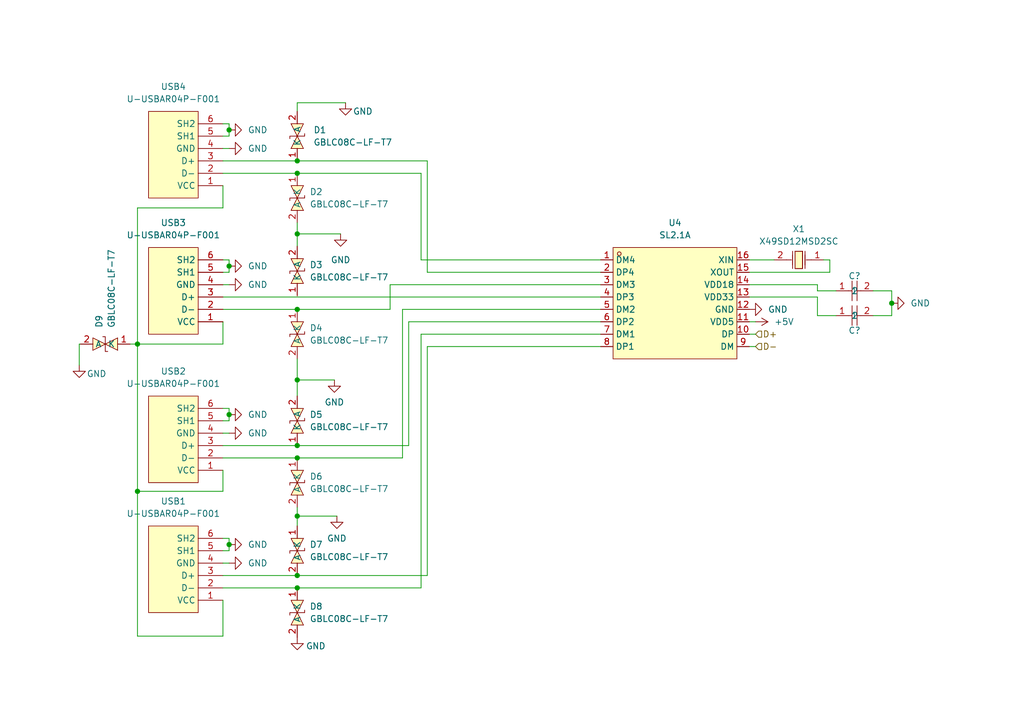
<source format=kicad_sch>
(kicad_sch (version 20211123) (generator eeschema)
  (paper "A5")
  (title_block (title "USB 2.0 controller") (date "2023-03-02") (rev "v0.1") (company "xamuel.xyz") (comment 1 "Designed by: Samuel MG"))
  (lib_symbols
    (symbol "lcsc:CL31A106KBHNNNE"
      (property "Reference" "C" (at 0 5.08 0))
      (property "Value" "CL31A106KBHNNNE" (at 0 -5.08 0))
      (symbol "CL31A106KBHNNNE_0_1"
        (polyline (pts (xy -1.27 0) (xy -0.51 0)))
        (polyline (pts (xy -0.51 2.03) (xy -0.51 -2.03)))
        (polyline (pts (xy 0.51 0) (xy 1.27 0)))
        (polyline (pts (xy 0.51 2.03) (xy 0.51 -2.03)))
        (pin input line (at -3.81 0 0) (length 2.54) (name "1") (number "1"))
        (pin input line (at 3.81 0 180) (length 2.54) (name "2") (number "2"))
      )
    )
    (symbol "lcsc:GBLC08C-LF-T7"
      (property "Reference" "D" (at 0 5.08 0))
      (property "Value" "GBLC08C-LF-T7" (at 0 -5.08 0))
      (symbol "GBLC08C-LF-T7_0_1"
        (polyline (pts (xy -2.54 1.27) (xy 0 0) (xy -2.54 -1.27) (xy -2.54 1.27)) (fill (type background)))
        (polyline (pts (xy 2.54 1.27) (xy 0 0) (xy 2.54 -1.27) (xy 2.54 1.27)) (fill (type background)))
        (polyline (pts (xy -0.51 1.52) (xy -0.51 1.52) (xy 0 1.52) (xy 0 -1.52) (xy 0.51 -1.52) (xy 0.51 -1.52)))
        (pin unspecified line (at -5.08 0 0) (length 2.54) (name "K") (number "1"))
        (pin unspecified line (at 5.08 0 180) (length 2.54) (name "A") (number "2"))
      )
    )
    (symbol "lcsc:SL2.1A"
      (property "Reference" "U" (at 0 13.97 0))
      (property "Value" "SL2.1A" (at 0 -13.97 0))
      (symbol "SL2.1A_0_1"
        (rectangle (start -12.7 11.43) (end 12.7 -11.43) (fill (type background)))
        (circle (center -11.43 10.16) (radius 0.38))
        (pin unspecified line (at -15.24 8.89 0) (length 2.54) (name "DM4") (number "1"))
        (pin unspecified line (at 15.24 -6.35 180) (length 2.54) (name "DP") (number "10"))
        (pin unspecified line (at 15.24 -3.81 180) (length 2.54) (name "VDD5") (number "11"))
        (pin unspecified line (at 15.24 -1.27 180) (length 2.54) (name "GND") (number "12"))
        (pin unspecified line (at 15.24 1.27 180) (length 2.54) (name "VDD33") (number "13"))
        (pin unspecified line (at 15.24 3.81 180) (length 2.54) (name "VDD18") (number "14"))
        (pin unspecified line (at 15.24 6.35 180) (length 2.54) (name "XOUT") (number "15"))
        (pin unspecified line (at 15.24 8.89 180) (length 2.54) (name "XIN") (number "16"))
        (pin unspecified line (at -15.24 6.35 0) (length 2.54) (name "DP4") (number "2"))
        (pin unspecified line (at -15.24 3.81 0) (length 2.54) (name "DM3") (number "3"))
        (pin unspecified line (at -15.24 1.27 0) (length 2.54) (name "DP3") (number "4"))
        (pin unspecified line (at -15.24 -1.27 0) (length 2.54) (name "DM2") (number "5"))
        (pin unspecified line (at -15.24 -3.81 0) (length 2.54) (name "DP2") (number "6"))
        (pin unspecified line (at -15.24 -6.35 0) (length 2.54) (name "DM1") (number "7"))
        (pin unspecified line (at -15.24 -8.89 0) (length 2.54) (name "DP1") (number "8"))
        (pin unspecified line (at 15.24 -8.89 180) (length 2.54) (name "DM") (number "9"))
      )
    )
    (symbol "lcsc:U-USBAR04P-F001"
      (property "Reference" "USB" (at 0 12.7 0))
      (property "Value" "U-USBAR04P-F001" (at 0 -10.16 0))
      (symbol "U-USBAR04P-F001_0_1"
        (rectangle (start -2.54 10.16) (end 7.62 -7.62) (fill (type background)))
        (pin unspecified line (at -7.62 7.62 0) (length 5.08) (name "VCC") (number "1"))
        (pin unspecified line (at -7.62 5.08 0) (length 5.08) (name "D-") (number "2"))
        (pin unspecified line (at -7.62 2.54 0) (length 5.08) (name "D+") (number "3"))
        (pin unspecified line (at -7.62 0 0) (length 5.08) (name "GND") (number "4"))
        (pin unspecified line (at -7.62 -2.54 0) (length 5.08) (name "SH1") (number "5"))
        (pin unspecified line (at -7.62 -5.08 0) (length 5.08) (name "SH2") (number "6"))
      )
    )
    (symbol "lcsc:X49SD12MSD2SC"
      (property "Reference" "X?" (at 0 6.35 0))
      (property "Value" "X49SD12MSD2SC" (at 0 3.81 0))
      (symbol "X49SD12MSD2SC_0_1"
        (polyline (pts (xy -2.54 0) (xy -1.52 0)))
        (polyline (pts (xy -1.27 1.02) (xy -1.27 -1.02)))
        (polyline (pts (xy -1.27 1.78) (xy -1.27 -1.78)))
        (polyline (pts (xy -0.76 1.78) (xy 0.76 1.78)))
        (polyline (pts (xy 1.27 1.02) (xy 1.27 -1.02)))
        (polyline (pts (xy 1.27 1.78) (xy 1.27 -1.78)))
        (polyline (pts (xy 2.54 0) (xy 1.52 0)))
        (polyline (pts (xy 0.76 1.78) (xy 0.76 -1.78) (xy -0.76 -1.78) (xy -0.76 1.78)))
        (polyline (pts (xy -0.76 -1.78) (xy -0.76 1.78) (xy 0.76 1.78) (xy 0.76 -1.78) (xy -0.76 -1.78)) (fill (type background)))
        (pin input line (at 5.08 0 180) (length 2.54) (name "") (number "1"))
        (pin input line (at -5.08 0 0) (length 2.54) (name "") (number "2"))
      )
    )
    (symbol "power:+5V" (power) (pin_names (offset 0))
      (property "Value" "+5V" (at 0 3.556 0))
      (symbol "+5V_0_1"
        (polyline (pts (xy -0.762 1.27) (xy 0 2.54)))
        (polyline (pts (xy 0 0) (xy 0 2.54)))
        (polyline (pts (xy 0 2.54) (xy 0.762 1.27)))
      )
      (symbol "+5V_1_1"
        (pin power_in line (at 0 0 90) (length 0) hide (name "+5V") (number "1"))
      )
    )
    (symbol "power:GND" (power) (pin_names (offset 0))
      (property "Value" "GND" (at 0 -3.81 0))
      (symbol "GND_0_1"
        (polyline (pts (xy 0 0) (xy 0 -1.27) (xy 1.27 -1.27) (xy 0 -2.54) (xy -1.27 -1.27) (xy 0 -1.27)))
      )
      (symbol "GND_1_1"
        (pin power_in line (at 0 0 270) (length 0) hide (name "GND") (number "1"))
      )
    )
  )
  (junction (at 46.99 111.76))
  (junction (at 46.99 26.67))
  (junction (at 60.96 63.5))
  (junction (at 46.99 54.61))
  (junction (at 28.194 100.838))
  (junction (at 60.96 118.11))
  (junction (at 60.96 77.978))
  (junction (at 46.99 85.09))
  (junction (at 60.96 93.98))
  (junction (at 60.96 120.65))
  (junction (at 60.96 105.918))
  (junction (at 60.96 35.56))
  (junction (at 60.96 48.006))
  (junction (at 60.96 91.44))
  (junction (at 182.88 62.23))
  (junction (at 60.96 33.02))
  (junction (at 28.194 70.612))
  (wire (pts (xy 28.194 70.612) (xy 28.194 42.672)))
  (wire (pts (xy 46.99 115.57) (xy 45.72 115.57)))
  (wire (pts (xy 45.72 25.4) (xy 46.99 25.4)))
  (wire (pts (xy 60.96 22.86) (xy 60.96 21.082)))
  (wire (pts (xy 154.94 66.04) (xy 153.67 66.04)))
  (wire (pts (xy 123.19 53.34) (xy 86.36 53.34)))
  (wire (pts (xy 46.99 58.42) (xy 45.72 58.42)))
  (wire (pts (xy 153.67 60.96) (xy 167.64 60.96)))
  (wire (pts (xy 123.19 55.88) (xy 87.63 55.88)))
  (wire (pts (xy 45.72 70.612) (xy 28.194 70.612)))
  (wire (pts (xy 87.63 71.12) (xy 87.63 118.11)))
  (wire (pts (xy 45.72 66.04) (xy 45.72 70.612)))
  (wire (pts (xy 60.96 77.978) (xy 68.58 77.978)))
  (wire (pts (xy 46.99 85.09) (xy 46.99 86.36)))
  (wire (pts (xy 45.72 42.672) (xy 45.72 38.1)))
  (wire (pts (xy 87.63 33.02) (xy 60.96 33.02)))
  (wire (pts (xy 46.99 83.82) (xy 46.99 85.09)))
  (wire (pts (xy 123.19 58.42) (xy 80.01 58.42)))
  (wire (pts (xy 45.72 63.5) (xy 60.96 63.5)))
  (wire (pts (xy 46.99 54.61) (xy 46.99 55.88)))
  (wire (pts (xy 16.256 70.612) (xy 16.51 70.612)))
  (wire (pts (xy 82.55 63.5) (xy 82.55 93.98)))
  (wire (pts (xy 60.96 105.918) (xy 60.96 107.95)))
  (wire (pts (xy 182.88 59.69) (xy 182.88 62.23)))
  (wire (pts (xy 60.96 48.006) (xy 60.96 50.546)))
  (wire (pts (xy 45.72 110.49) (xy 46.99 110.49)))
  (wire (pts (xy 153.67 58.42) (xy 167.64 58.42)))
  (wire (pts (xy 46.99 86.36) (xy 45.72 86.36)))
  (wire (pts (xy 45.72 96.52) (xy 45.72 100.838)))
  (wire (pts (xy 167.64 58.42) (xy 167.64 59.69)))
  (wire (pts (xy 46.99 88.9) (xy 45.72 88.9)))
  (wire (pts (xy 46.99 55.88) (xy 45.72 55.88)))
  (wire (pts (xy 86.36 68.58) (xy 86.36 120.65)))
  (wire (pts (xy 182.88 62.23) (xy 182.88 64.77)))
  (wire (pts (xy 82.55 93.98) (xy 60.96 93.98)))
  (wire (pts (xy 60.96 118.11) (xy 45.72 118.11)))
  (wire (pts (xy 167.64 60.96) (xy 167.64 64.77)))
  (wire (pts (xy 80.01 58.42) (xy 80.01 63.5)))
  (wire (pts (xy 60.96 35.56) (xy 45.72 35.56)))
  (wire (pts (xy 123.19 71.12) (xy 87.63 71.12)))
  (wire (pts (xy 60.96 77.978) (xy 60.96 81.28)))
  (wire (pts (xy 86.36 53.34) (xy 86.36 35.56)))
  (wire (pts (xy 45.72 123.19) (xy 45.72 130.556)))
  (wire (pts (xy 46.99 111.76) (xy 46.99 113.03)))
  (wire (pts (xy 123.19 66.04) (xy 83.82 66.04)))
  (wire (pts (xy 46.99 26.67) (xy 46.99 27.94)))
  (wire (pts (xy 45.72 60.96) (xy 123.19 60.96)))
  (wire (pts (xy 45.72 113.03) (xy 46.99 113.03)))
  (wire (pts (xy 182.88 64.77) (xy 179.07 64.77)))
  (wire (pts (xy 28.194 70.612) (xy 28.194 100.838)))
  (wire (pts (xy 167.64 64.77) (xy 171.45 64.77)))
  (wire (pts (xy 86.36 35.56) (xy 60.96 35.56)))
  (wire (pts (xy 16.256 74.93) (xy 16.256 70.612)))
  (wire (pts (xy 158.75 53.34) (xy 153.67 53.34)))
  (wire (pts (xy 26.67 70.612) (xy 28.194 70.612)))
  (wire (pts (xy 123.19 68.58) (xy 86.36 68.58)))
  (wire (pts (xy 45.72 100.838) (xy 28.194 100.838)))
  (wire (pts (xy 60.96 104.14) (xy 60.96 105.918)))
  (wire (pts (xy 46.99 110.49) (xy 46.99 111.76)))
  (wire (pts (xy 87.63 55.88) (xy 87.63 33.02)))
  (wire (pts (xy 87.63 118.11) (xy 60.96 118.11)))
  (wire (pts (xy 45.72 130.556) (xy 28.194 130.556)))
  (wire (pts (xy 45.72 83.82) (xy 46.99 83.82)))
  (wire (pts (xy 28.194 42.672) (xy 45.72 42.672)))
  (wire (pts (xy 46.99 30.48) (xy 45.72 30.48)))
  (wire (pts (xy 167.64 59.69) (xy 171.45 59.69)))
  (wire (pts (xy 60.96 33.02) (xy 45.72 33.02)))
  (wire (pts (xy 60.96 120.65) (xy 86.36 120.65)))
  (wire (pts (xy 46.99 27.94) (xy 45.72 27.94)))
  (wire (pts (xy 45.72 53.34) (xy 46.99 53.34)))
  (wire (pts (xy 60.96 48.006) (xy 69.85 48.006)))
  (wire (pts (xy 46.99 53.34) (xy 46.99 54.61)))
  (wire (pts (xy 60.96 45.72) (xy 60.96 48.006)))
  (wire (pts (xy 60.96 93.98) (xy 45.72 93.98)))
  (wire (pts (xy 179.07 59.69) (xy 182.88 59.69)))
  (wire (pts (xy 168.91 53.34) (xy 170.18 53.34)))
  (wire (pts (xy 123.19 63.5) (xy 82.55 63.5)))
  (wire (pts (xy 170.18 55.88) (xy 153.67 55.88)))
  (wire (pts (xy 60.96 63.5) (xy 80.01 63.5)))
  (wire (pts (xy 28.194 100.838) (xy 28.194 130.556)))
  (wire (pts (xy 154.94 68.58) (xy 153.67 68.58)))
  (wire (pts (xy 60.96 73.66) (xy 60.96 77.978)))
  (wire (pts (xy 170.18 53.34) (xy 170.18 55.88)))
  (wire (pts (xy 154.94 71.12) (xy 153.67 71.12)))
  (wire (pts (xy 83.82 91.44) (xy 60.96 91.44)))
  (wire (pts (xy 45.72 120.65) (xy 60.96 120.65)))
  (wire (pts (xy 60.96 21.082) (xy 70.866 21.082)))
  (wire (pts (xy 83.82 66.04) (xy 83.82 91.44)))
  (wire (pts (xy 60.96 91.44) (xy 45.72 91.44)))
  (wire (pts (xy 46.99 25.4) (xy 46.99 26.67)))
  (wire (pts (xy 69.088 105.918) (xy 60.96 105.918)))
  (hierarchical_label "D+" (shape input) (at 154.94 68.58 0))
  (hierarchical_label "D-" (shape input) (at 154.94 71.12 0))
  (symbol (lib_id "lcsc:GBLC08C-LF-T7") (at 60.96 27.94 90) (unit 1)
    (property "Reference" "D1" (at 64.262 26.6699 90) (effects (justify right)))
    (property "Value" "GBLC08C-LF-T7" (at 64.262 29.2099 90) (effects (justify right)))
    (property "Footprint" "easyeda2kicad:SOD-323_L1.8-W1.3-LS2.5-BI" (effects hide))
    (property "Datasheet" "https://lcsc.com/product-detail/Others_ProTek-Devices-GBLC08C-LF-T7_C282422.html" (effects hide))
    (property "Manufacturer" "PROTEK" (effects hide))
    (property "LCSC Part" "C282422" (effects hide))
    (property "JLC Part" "Extended Part" (effects hide))
  )
  (symbol (lib_id "power:GND") (at 70.866 21.082 0) (unit 1)
    (property "Reference" "#PWR010" (effects hide))
    (property "Value" "GND" (at 74.422 22.86 0))
  )
  (symbol (lib_id "lcsc:U-USBAR04P-F001") (at 38.1 115.57 180) (unit 1)
    (property "Reference" "USB1" (at 35.56 102.87 0))
    (property "Value" "U-USBAR04P-F001" (at 35.56 105.41 0))
    (property "Footprint" "easyeda2kicad:USB-A-TH_USB-302-T" (effects hide))
    (property "Datasheet" "https://lcsc.com/product-detail/USB-Connectors_Shenzhen-Cankemeng-U-USBAR04P-F001_C386736.html" (effects hide))
    (property "Manufacturer" "Ckmtw(灿科盟)" (effects hide))
    (property "LCSC Part" "C386736" (effects hide))
    (property "JLC Part" "Extended Part" (effects hide))
  )
  (symbol (lib_id "lcsc:GBLC08C-LF-T7") (at 60.96 99.06 270) (unit 1)
    (property "Reference" "D6" (at 63.5 97.7899 90) (effects (justify left)))
    (property "Value" "GBLC08C-LF-T7" (at 63.5 100.3299 90) (effects (justify left)))
    (property "Footprint" "easyeda2kicad:SOD-323_L1.8-W1.3-LS2.5-BI" (effects hide))
    (property "Datasheet" "https://lcsc.com/product-detail/Others_ProTek-Devices-GBLC08C-LF-T7_C282422.html" (effects hide))
    (property "Manufacturer" "PROTEK" (effects hide))
    (property "LCSC Part" "C282422" (effects hide))
    (property "JLC Part" "Extended Part" (effects hide))
  )
  (symbol (lib_id "power:GND") (at 46.99 115.57 90) (unit 1)
    (property "Reference" "#PWR0121" (effects hide))
    (property "Value" "GND" (at 50.8 115.5699 90) (effects (justify right)))
  )
  (symbol (lib_id "power:GND") (at 46.99 54.61 90) (unit 1)
    (property "Reference" "#PWR0129" (effects hide))
    (property "Value" "GND" (at 50.8 54.6099 90) (effects (justify right)))
  )
  (symbol (lib_id "power:GND") (at 69.088 105.918 0) (unit 1)
    (property "Reference" "#PWR08" (effects hide))
    (property "Value" "GND" (at 69.088 110.49 0))
  )
  (symbol (lib_id "lcsc:U-USBAR04P-F001") (at 38.1 30.48 180) (unit 1)
    (property "Reference" "USB4" (at 35.56 17.78 0))
    (property "Value" "U-USBAR04P-F001" (at 35.56 20.32 0))
    (property "Footprint" "easyeda2kicad:USB-A-TH_USB-302-T" (effects hide))
    (property "Datasheet" "https://lcsc.com/product-detail/USB-Connectors_Shenzhen-Cankemeng-U-USBAR04P-F001_C386736.html" (effects hide))
    (property "Manufacturer" "Ckmtw(灿科盟)" (effects hide))
    (property "LCSC Part" "C386736" (effects hide))
    (property "JLC Part" "Extended Part" (effects hide))
  )
  (symbol (lib_id "lcsc:GBLC08C-LF-T7") (at 60.96 40.64 270) (unit 1)
    (property "Reference" "D2" (at 63.5 39.3699 90) (effects (justify left)))
    (property "Value" "GBLC08C-LF-T7" (at 63.5 41.9099 90) (effects (justify left)))
    (property "Footprint" "easyeda2kicad:SOD-323_L1.8-W1.3-LS2.5-BI" (effects hide))
    (property "Datasheet" "https://lcsc.com/product-detail/Others_ProTek-Devices-GBLC08C-LF-T7_C282422.html" (effects hide))
    (property "Manufacturer" "PROTEK" (effects hide))
    (property "LCSC Part" "C282422" (effects hide))
    (property "JLC Part" "Extended Part" (effects hide))
  )
  (symbol (lib_id "power:GND") (at 153.67 63.5 90) (unit 1)
    (property "Reference" "#PWR0106" (effects hide))
    (property "Value" "GND" (at 157.48 63.4999 90) (effects (justify right)))
  )
  (symbol (lib_id "lcsc:GBLC08C-LF-T7") (at 60.96 68.58 270) (unit 1)
    (property "Reference" "D4" (at 63.5 67.3099 90) (effects (justify left)))
    (property "Value" "GBLC08C-LF-T7" (at 63.5 69.8499 90) (effects (justify left)))
    (property "Footprint" "easyeda2kicad:SOD-323_L1.8-W1.3-LS2.5-BI" (effects hide))
    (property "Datasheet" "https://lcsc.com/product-detail/Others_ProTek-Devices-GBLC08C-LF-T7_C282422.html" (effects hide))
    (property "Manufacturer" "PROTEK" (effects hide))
    (property "LCSC Part" "C282422" (effects hide))
    (property "JLC Part" "Extended Part" (effects hide))
  )
  (symbol (lib_id "power:GND") (at 16.256 74.93 0) (unit 1)
    (property "Reference" "#PWR012" (effects hide))
    (property "Value" "GND" (at 19.812 76.708 0))
  )
  (symbol (lib_id "power:GND") (at 60.96 130.81 0) (unit 1)
    (property "Reference" "#PWR06" (effects hide))
    (property "Value" "GND" (at 64.77 132.588 0))
  )
  (symbol (lib_id "lcsc:GBLC08C-LF-T7") (at 60.96 113.03 270) (unit 1)
    (property "Reference" "D7" (at 63.5 111.7599 90) (effects (justify left)))
    (property "Value" "GBLC08C-LF-T7" (at 63.5 114.2999 90) (effects (justify left)))
    (property "Footprint" "easyeda2kicad:SOD-323_L1.8-W1.3-LS2.5-BI" (effects hide))
    (property "Datasheet" "https://lcsc.com/product-detail/Others_ProTek-Devices-GBLC08C-LF-T7_C282422.html" (effects hide))
    (property "Manufacturer" "PROTEK" (effects hide))
    (property "LCSC Part" "C282422" (effects hide))
    (property "JLC Part" "Extended Part" (effects hide))
  )
  (symbol (lib_id "lcsc:GBLC08C-LF-T7") (at 60.96 86.36 90) (unit 1)
    (property "Reference" "D5" (at 63.5 85.0899 90) (effects (justify right)))
    (property "Value" "GBLC08C-LF-T7" (at 63.5 87.6299 90) (effects (justify right)))
    (property "Footprint" "easyeda2kicad:SOD-323_L1.8-W1.3-LS2.5-BI" (effects hide))
    (property "Datasheet" "https://lcsc.com/product-detail/Others_ProTek-Devices-GBLC08C-LF-T7_C282422.html" (effects hide))
    (property "Manufacturer" "PROTEK" (effects hide))
    (property "LCSC Part" "C282422" (effects hide))
    (property "JLC Part" "Extended Part" (effects hide))
  )
  (symbol (lib_id "power:GND") (at 69.85 48.006 0) (unit 1)
    (property "Reference" "#PWR09" (effects hide))
    (property "Value" "GND" (at 69.85 53.34 0))
  )
  (symbol (lib_id "lcsc:GBLC08C-LF-T7") (at 21.59 70.612 180) (unit 1)
    (property "Reference" "D9" (at 20.3199 67.31 90) (effects (justify right)))
    (property "Value" "GBLC08C-LF-T7" (at 22.8599 67.31 90) (effects (justify right)))
    (property "Footprint" "easyeda2kicad:SOD-323_L1.8-W1.3-LS2.5-BI" (effects hide))
    (property "Datasheet" "https://lcsc.com/product-detail/Others_ProTek-Devices-GBLC08C-LF-T7_C282422.html" (effects hide))
    (property "Manufacturer" "PROTEK" (effects hide))
    (property "LCSC Part" "C282422" (effects hide))
    (property "JLC Part" "Extended Part" (effects hide))
  )
  (symbol (lib_id "power:+5V") (at 154.94 66.04 270) (unit 1)
    (property "Reference" "#PWR0120" (effects hide))
    (property "Value" "+5V" (at 158.75 66.0399 90) (effects (justify left)))
  )
  (symbol (lib_id "lcsc:X49SD12MSD2SC") (at 163.83 53.34 0) (unit 1)
    (property "Reference" "X1" (at 163.83 46.99 0))
    (property "Value" "X49SD12MSD2SC" (at 163.83 49.53 0))
    (property "Footprint" "easyeda2kicad:HC-49US_L11.5-W4.5-P4.88" (effects hide))
    (property "Datasheet" "https://lcsc.com/product-detail/49S_HC-49US-12MHZ-20PF-20PPM_C16369.html" (effects hide))
    (property "Manufacturer" "YXC(扬兴晶振)" (effects hide))
    (property "LCSC Part" "C16369" (effects hide))
    (property "JLC Part" "Extended Part" (effects hide))
  )
  (symbol (lib_id "lcsc:U-USBAR04P-F001") (at 38.1 88.9 180) (unit 1)
    (property "Reference" "USB2" (at 35.56 76.2 0))
    (property "Value" "U-USBAR04P-F001" (at 35.56 78.74 0))
    (property "Footprint" "easyeda2kicad:USB-A-TH_USB-302-T" (effects hide))
    (property "Datasheet" "https://lcsc.com/product-detail/USB-Connectors_Shenzhen-Cankemeng-U-USBAR04P-F001_C386736.html" (effects hide))
    (property "Manufacturer" "Ckmtw(灿科盟)" (effects hide))
    (property "LCSC Part" "C386736" (effects hide))
    (property "JLC Part" "Extended Part" (effects hide))
  )
  (symbol (lib_id "power:GND") (at 68.58 77.978 0) (unit 1)
    (property "Reference" "#PWR07" (effects hide))
    (property "Value" "GND" (at 68.58 82.55 0))
  )
  (symbol (lib_id "power:GND") (at 46.99 58.42 90) (unit 1)
    (property "Reference" "#PWR0130" (effects hide))
    (property "Value" "GND" (at 50.8 58.4199 90) (effects (justify right)))
  )
  (symbol (lib_id "lcsc:U-USBAR04P-F001") (at 38.1 58.42 180) (unit 1)
    (property "Reference" "USB3" (at 35.56 45.72 0))
    (property "Value" "U-USBAR04P-F001" (at 35.56 48.26 0))
    (property "Footprint" "easyeda2kicad:USB-A-TH_USB-302-T" (effects hide))
    (property "Datasheet" "https://lcsc.com/product-detail/USB-Connectors_Shenzhen-Cankemeng-U-USBAR04P-F001_C386736.html" (effects hide))
    (property "Manufacturer" "Ckmtw(灿科盟)" (effects hide))
    (property "LCSC Part" "C386736" (effects hide))
    (property "JLC Part" "Extended Part" (effects hide))
  )
  (symbol (lib_id "lcsc:SL2.1A") (at 138.43 62.23 0) (unit 1)
    (property "Reference" "U4" (at 138.43 45.72 0))
    (property "Value" "SL2.1A" (at 138.43 48.26 0))
    (property "Footprint" "easyeda2kicad:SOP-16_L10.0-W3.9-P1.27-LS6.0-BL" (effects hide))
    (property "Datasheet" "https://lcsc.com/product-detail/Others_CoreChips-SL2-1A_C192893.html" (effects hide))
    (property "Manufacturer" "CoreChips(和芯润德)" (effects hide))
    (property "LCSC Part" "C192893" (effects hide))
    (property "JLC Part" "Extended Part" (effects hide))
  )
  (symbol (lib_id "lcsc:GBLC08C-LF-T7") (at 60.96 55.626 90) (unit 1)
    (property "Reference" "D3" (at 63.5 54.3559 90) (effects (justify right)))
    (property "Value" "GBLC08C-LF-T7" (at 63.5 56.8959 90) (effects (justify right)))
    (property "Footprint" "easyeda2kicad:SOD-323_L1.8-W1.3-LS2.5-BI" (effects hide))
    (property "Datasheet" "https://lcsc.com/product-detail/Others_ProTek-Devices-GBLC08C-LF-T7_C282422.html" (effects hide))
    (property "Manufacturer" "PROTEK" (effects hide))
    (property "LCSC Part" "C282422" (effects hide))
    (property "JLC Part" "Extended Part" (effects hide))
  )
  (symbol (lib_id "power:GND") (at 46.99 30.48 90) (unit 1)
    (property "Reference" "#PWR0132" (effects hide))
    (property "Value" "GND" (at 50.8 30.4799 90) (effects (justify right)))
  )
  (symbol (lib_id "lcsc:CL31A106KBHNNNE") (at 175.26 64.77 0) (unit 1)
    (property "Reference" "C?" (at 175.26 67.818 0))
    (property "Value" "CL31A106KBHNNNE" (effects hide))
    (property "Footprint" "easyeda2kicad:C1206" (effects hide))
    (property "Datasheet" "https://lcsc.com/product-detail/Multilayer-Ceramic-Capacitors-MLCC-SMD-SMT_SAMSUNG_CL31A106KBHNNNE_10uF-106-10-50V_C13585.html" (effects hide))
    (property "Manufacturer" "SAMSUNG(三星)" (effects hide))
    (property "LCSC Part" "C13585" (effects hide))
    (property "JLC Part" "Basic Part" (effects hide))
  )
  (symbol (lib_id "power:GND") (at 46.99 26.67 90) (unit 1)
    (property "Reference" "#PWR0131" (effects hide))
    (property "Value" "GND" (at 50.8 26.6699 90) (effects (justify right)))
  )
  (symbol (lib_id "power:GND") (at 46.99 111.76 90) (unit 1)
    (property "Reference" "#PWR0124" (effects hide))
    (property "Value" "GND" (at 50.8 111.7599 90) (effects (justify right)))
  )
  (symbol (lib_id "lcsc:GBLC08C-LF-T7") (at 60.96 125.73 270) (unit 1)
    (property "Reference" "D8" (at 63.5 124.4599 90) (effects (justify left)))
    (property "Value" "GBLC08C-LF-T7" (at 63.5 126.9999 90) (effects (justify left)))
    (property "Footprint" "easyeda2kicad:SOD-323_L1.8-W1.3-LS2.5-BI" (effects hide))
    (property "Datasheet" "https://lcsc.com/product-detail/Others_ProTek-Devices-GBLC08C-LF-T7_C282422.html" (effects hide))
    (property "Manufacturer" "PROTEK" (effects hide))
    (property "LCSC Part" "C282422" (effects hide))
    (property "JLC Part" "Extended Part" (effects hide))
  )
  (symbol (lib_id "power:GND") (at 46.99 88.9 90) (unit 1)
    (property "Reference" "#PWR0126" (effects hide))
    (property "Value" "GND" (at 50.8 88.8999 90) (effects (justify right)))
  )
  (symbol (lib_id "power:GND") (at 46.99 85.09 90) (unit 1)
    (property "Reference" "#PWR0125" (effects hide))
    (property "Value" "GND" (at 50.8 85.0899 90) (effects (justify right)))
  )
  (symbol (lib_id "power:GND") (at 182.88 62.23 90) (unit 1)
    (property "Reference" "#PWR0105" (effects hide))
    (property "Value" "GND" (at 186.69 62.2299 90) (effects (justify right)))
  )
  (symbol (lib_id "lcsc:CL31A106KBHNNNE") (at 175.26 59.69 0) (unit 1)
    (property "Reference" "C?" (at 175.26 56.642 0))
    (property "Value" "CL31A106KBHNNNE" (effects hide))
    (property "Footprint" "easyeda2kicad:C1206" (effects hide))
    (property "Datasheet" "https://lcsc.com/product-detail/Multilayer-Ceramic-Capacitors-MLCC-SMD-SMT_SAMSUNG_CL31A106KBHNNNE_10uF-106-10-50V_C13585.html" (effects hide))
    (property "Manufacturer" "SAMSUNG(三星)" (effects hide))
    (property "LCSC Part" "C13585" (effects hide))
    (property "JLC Part" "Basic Part" (effects hide))
  )
)
</source>
